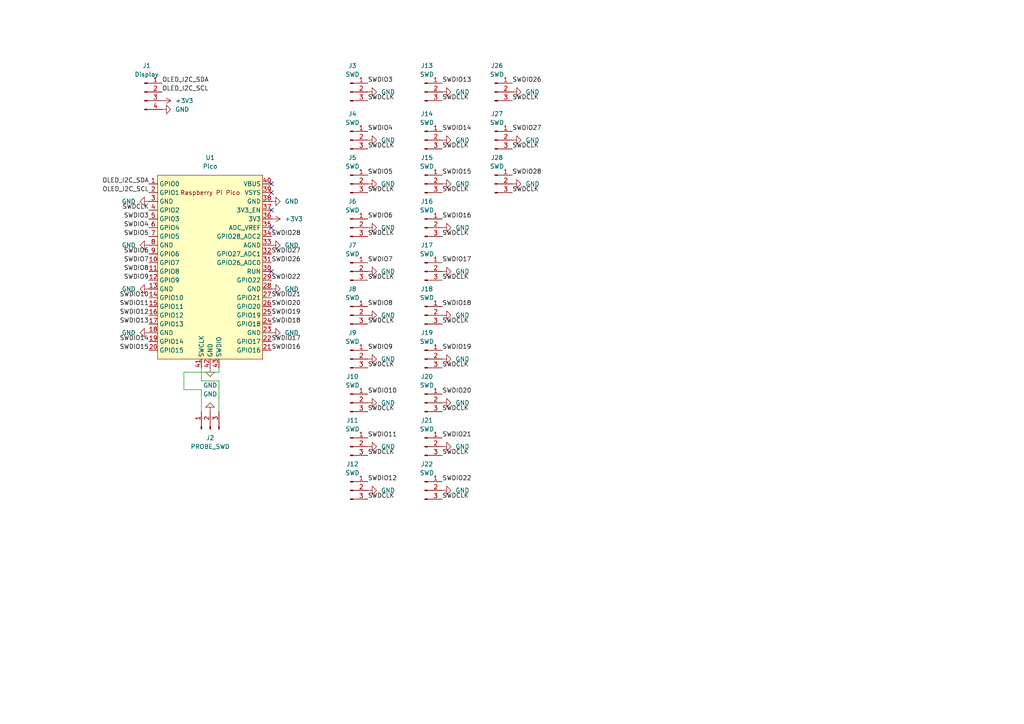
<source format=kicad_sch>
(kicad_sch (version 20231120) (generator "eeschema") (generator_version "8.0")
  (paper "A4")
  (lib_symbols
    (symbol "Connector:Conn_01x03_Pin" (pin_names (offset 1.016) hide)
      (property "Reference" "J" (at 0 5.08 0))
      (property "Value" "Conn_01x03_Pin" (at 0 -5.08 0))
      (symbol "Conn_01x03_Pin_1_1"
        (polyline (pts (xy 1.27 -2.54) (xy 0.8636 -2.54)) (stroke (width 0.1524)))
        (polyline (pts (xy 1.27 0) (xy 0.8636 0)) (stroke (width 0.1524)))
        (polyline (pts (xy 1.27 2.54) (xy 0.8636 2.54)) (stroke (width 0.1524)))
        (rectangle (start 0.8636 -2.413) (end 0 -2.667) (stroke (width 0.1524)) (fill (type outline)))
        (rectangle (start 0.8636 0.127) (end 0 -0.127) (stroke (width 0.1524)) (fill (type outline)))
        (rectangle (start 0.8636 2.667) (end 0 2.413) (stroke (width 0.1524)) (fill (type outline)))
        (pin passive line (at 5.08 2.54 180) (length 3.81) (name "Pin_1") (number "1"))
        (pin passive line (at 5.08 0 180) (length 3.81) (name "Pin_2") (number "2"))
        (pin passive line (at 5.08 -2.54 180) (length 3.81) (name "Pin_3") (number "3"))
      )
    )
    (symbol "Connector:Conn_01x04_Pin" (pin_names (offset 1.016) hide)
      (property "Reference" "J" (at 0 5.08 0))
      (property "Value" "Conn_01x04_Pin" (at 0 -7.62 0))
      (symbol "Conn_01x04_Pin_1_1"
        (polyline (pts (xy 1.27 -5.08) (xy 0.8636 -5.08)) (stroke (width 0.1524)))
        (polyline (pts (xy 1.27 -2.54) (xy 0.8636 -2.54)) (stroke (width 0.1524)))
        (polyline (pts (xy 1.27 0) (xy 0.8636 0)) (stroke (width 0.1524)))
        (polyline (pts (xy 1.27 2.54) (xy 0.8636 2.54)) (stroke (width 0.1524)))
        (rectangle (start 0.8636 -4.953) (end 0 -5.207) (stroke (width 0.1524)) (fill (type outline)))
        (rectangle (start 0.8636 -2.413) (end 0 -2.667) (stroke (width 0.1524)) (fill (type outline)))
        (rectangle (start 0.8636 0.127) (end 0 -0.127) (stroke (width 0.1524)) (fill (type outline)))
        (rectangle (start 0.8636 2.667) (end 0 2.413) (stroke (width 0.1524)) (fill (type outline)))
        (pin passive line (at 5.08 2.54 180) (length 3.81) (name "Pin_1") (number "1"))
        (pin passive line (at 5.08 0 180) (length 3.81) (name "Pin_2") (number "2"))
        (pin passive line (at 5.08 -2.54 180) (length 3.81) (name "Pin_3") (number "3"))
        (pin passive line (at 5.08 -5.08 180) (length 3.81) (name "Pin_4") (number "4"))
      )
    )
    (symbol "MCU_RaspberryPi_and_Boards:Pico"
      (property "Reference" "U" (at -13.97 27.94 0))
      (property "Value" "Pico" (at 0 19.05 0))
      (symbol "Pico_0_0"
        (text "Raspberry Pi Pico" (at 0 21.59 0) (effects (font (size 1.27 1.27))))
      )
      (symbol "Pico_0_1"
        (rectangle (start -15.24 26.67) (end 15.24 -26.67) (fill (type background)))
      )
      (symbol "Pico_1_1"
        (pin bidirectional line (at -17.78 24.13 0) (length 2.54) (name "GPIO0") (number "1"))
        (pin bidirectional line (at -17.78 1.27 0) (length 2.54) (name "GPIO7") (number "10"))
        (pin bidirectional line (at -17.78 -1.27 0) (length 2.54) (name "GPIO8") (number "11"))
        (pin bidirectional line (at -17.78 -3.81 0) (length 2.54) (name "GPIO9") (number "12"))
        (pin power_in line (at -17.78 -6.35 0) (length 2.54) (name "GND") (number "13"))
        (pin bidirectional line (at -17.78 -8.89 0) (length 2.54) (name "GPIO10") (number "14"))
        (pin bidirectional line (at -17.78 -11.43 0) (length 2.54) (name "GPIO11") (number "15"))
        (pin bidirectional line (at -17.78 -13.97 0) (length 2.54) (name "GPIO12") (number "16"))
        (pin bidirectional line (at -17.78 -16.51 0) (length 2.54) (name "GPIO13") (number "17"))
        (pin power_in line (at -17.78 -19.05 0) (length 2.54) (name "GND") (number "18"))
        (pin bidirectional line (at -17.78 -21.59 0) (length 2.54) (name "GPIO14") (number "19"))
        (pin bidirectional line (at -17.78 21.59 0) (length 2.54) (name "GPIO1") (number "2"))
        (pin bidirectional line (at -17.78 -24.13 0) (length 2.54) (name "GPIO15") (number "20"))
        (pin bidirectional line (at 17.78 -24.13 180) (length 2.54) (name "GPIO16") (number "21"))
        (pin bidirectional line (at 17.78 -21.59 180) (length 2.54) (name "GPIO17") (number "22"))
        (pin power_in line (at 17.78 -19.05 180) (length 2.54) (name "GND") (number "23"))
        (pin bidirectional line (at 17.78 -16.51 180) (length 2.54) (name "GPIO18") (number "24"))
        (pin bidirectional line (at 17.78 -13.97 180) (length 2.54) (name "GPIO19") (number "25"))
        (pin bidirectional line (at 17.78 -11.43 180) (length 2.54) (name "GPIO20") (number "26"))
        (pin bidirectional line (at 17.78 -8.89 180) (length 2.54) (name "GPIO21") (number "27"))
        (pin power_in line (at 17.78 -6.35 180) (length 2.54) (name "GND") (number "28"))
        (pin bidirectional line (at 17.78 -3.81 180) (length 2.54) (name "GPIO22") (number "29"))
        (pin power_in line (at -17.78 19.05 0) (length 2.54) (name "GND") (number "3"))
        (pin input line (at 17.78 -1.27 180) (length 2.54) (name "RUN") (number "30"))
        (pin bidirectional line (at 17.78 1.27 180) (length 2.54) (name "GPIO26_ADC0") (number "31"))
        (pin bidirectional line (at 17.78 3.81 180) (length 2.54) (name "GPIO27_ADC1") (number "32"))
        (pin power_in line (at 17.78 6.35 180) (length 2.54) (name "AGND") (number "33"))
        (pin bidirectional line (at 17.78 8.89 180) (length 2.54) (name "GPIO28_ADC2") (number "34"))
        (pin power_in line (at 17.78 11.43 180) (length 2.54) (name "ADC_VREF") (number "35"))
        (pin power_in line (at 17.78 13.97 180) (length 2.54) (name "3V3") (number "36"))
        (pin input line (at 17.78 16.51 180) (length 2.54) (name "3V3_EN") (number "37"))
        (pin bidirectional line (at 17.78 19.05 180) (length 2.54) (name "GND") (number "38"))
        (pin power_in line (at 17.78 21.59 180) (length 2.54) (name "VSYS") (number "39"))
        (pin bidirectional line (at -17.78 16.51 0) (length 2.54) (name "GPIO2") (number "4"))
        (pin power_in line (at 17.78 24.13 180) (length 2.54) (name "VBUS") (number "40"))
        (pin input line (at -2.54 -29.21 90) (length 2.54) (name "SWCLK") (number "41"))
        (pin power_in line (at 0 -29.21 90) (length 2.54) (name "GND") (number "42"))
        (pin bidirectional line (at 2.54 -29.21 90) (length 2.54) (name "SWDIO") (number "43"))
        (pin bidirectional line (at -17.78 13.97 0) (length 2.54) (name "GPIO3") (number "5"))
        (pin bidirectional line (at -17.78 11.43 0) (length 2.54) (name "GPIO4") (number "6"))
        (pin bidirectional line (at -17.78 8.89 0) (length 2.54) (name "GPIO5") (number "7"))
        (pin power_in line (at -17.78 6.35 0) (length 2.54) (name "GND") (number "8"))
        (pin bidirectional line (at -17.78 3.81 0) (length 2.54) (name "GPIO6") (number "9"))
      )
    )
    (symbol "power:+3V3" (power) (pin_numbers hide) (pin_names (offset 0) hide)
      (property "Value" "+3V3" (at 0 3.556 0))
      (symbol "+3V3_0_1"
        (polyline (pts (xy -0.762 1.27) (xy 0 2.54)))
        (polyline (pts (xy 0 0) (xy 0 2.54)))
        (polyline (pts (xy 0 2.54) (xy 0.762 1.27)))
      )
      (symbol "+3V3_1_1"
        (pin power_in line (at 0 0 90) (length 0) (name "~") (number "1"))
      )
    )
    (symbol "power:GND" (power) (pin_numbers hide) (pin_names (offset 0) hide)
      (property "Value" "GND" (at 0 -3.81 0))
      (symbol "GND_0_1"
        (polyline (pts (xy 0 0) (xy 0 -1.27) (xy 1.27 -1.27) (xy 0 -2.54) (xy -1.27 -1.27) (xy 0 -1.27)))
      )
      (symbol "GND_1_1"
        (pin power_in line (at 0 0 270) (length 0) (name "~") (number "1"))
      )
    )
  )
  (no_connect (at 78.74 55.88))
  (no_connect (at 78.74 60.96))
  (no_connect (at 78.74 53.34))
  (no_connect (at 78.74 78.74))
  (no_connect (at 78.74 66.04))
  (wire (pts (xy 58.42 110.49) (xy 63.5 110.49)))
  (wire (pts (xy 63.5 110.49) (xy 63.5 119.38)))
  (wire (pts (xy 63.5 107.95) (xy 63.5 106.68)))
  (wire (pts (xy 53.34 107.95) (xy 63.5 107.95)))
  (wire (pts (xy 58.42 113.03) (xy 58.42 119.38)))
  (wire (pts (xy 58.42 106.68) (xy 58.42 110.49)))
  (wire (pts (xy 58.42 113.03) (xy 53.34 113.03)))
  (wire (pts (xy 53.34 113.03) (xy 53.34 107.95)))
  (label "SWDIO17" (at 128.27 76.2 0))
  (label "SWDCLK" (at 106.68 106.68 0))
  (label "SWDCLK" (at 128.27 81.28 0))
  (label "SWDIO13" (at 43.18 93.98 180))
  (label "SWDCLK" (at 148.59 43.18 0))
  (label "SWDCLK" (at 106.68 55.88 0))
  (label "SWDIO19" (at 78.74 91.44 0))
  (label "OLED_I2C_SDA" (at 46.99 24.13 0))
  (label "SWDIO26" (at 78.74 76.2 0))
  (label "SWDIO19" (at 128.27 101.6 0))
  (label "OLED_I2C_SCL" (at 46.99 26.67 0))
  (label "SWDIO14" (at 128.27 38.1 0))
  (label "SWDIO13" (at 128.27 24.13 0))
  (label "SWDIO8" (at 106.68 88.9 0))
  (label "SWDCLK" (at 128.27 55.88 0))
  (label "SWDIO12" (at 43.18 91.44 180))
  (label "SWDIO21" (at 78.74 86.36 0))
  (label "SWDCLK" (at 106.68 81.28 0))
  (label "SWDIO5" (at 106.68 50.8 0))
  (label "SWDIO22" (at 78.74 81.28 0))
  (label "SWDIO21" (at 128.27 127 0))
  (label "SWDIO28" (at 148.59 50.8 0))
  (label "SWDCLK" (at 148.59 55.88 0))
  (label "SWDIO7" (at 106.68 76.2 0))
  (label "SWDIO18" (at 128.27 88.9 0))
  (label "SWDIO4" (at 43.18 66.04 180))
  (label "SWDCLK" (at 106.68 43.18 0))
  (label "SWDIO10" (at 43.18 86.36 180))
  (label "SWDCLK" (at 128.27 68.58 0))
  (label "SWDIO12" (at 106.68 139.7 0))
  (label "SWDIO20" (at 78.74 88.9 0))
  (label "SWDCLK" (at 128.27 132.08 0))
  (label "SWDIO18" (at 78.74 93.98 0))
  (label "SWDCLK" (at 106.68 29.21 0))
  (label "SWDIO11" (at 43.18 88.9 180))
  (label "SWDCLK" (at 128.27 119.38 0))
  (label "SWDIO5" (at 43.18 68.58 180))
  (label "SWDIO17" (at 78.74 99.06 0))
  (label "SWDIO16" (at 128.27 63.5 0))
  (label "SWDIO6" (at 43.18 73.66 180))
  (label "SWDCLK" (at 43.18 60.96 180))
  (label "SWDCLK" (at 148.59 29.21 0))
  (label "SWDCLK" (at 106.68 68.58 0))
  (label "SWDIO15" (at 128.27 50.8 0))
  (label "SWDCLK" (at 106.68 119.38 0))
  (label "SWDIO3" (at 43.18 63.5 180))
  (label "SWDCLK" (at 128.27 93.98 0))
  (label "SWDIO9" (at 43.18 81.28 180))
  (label "SWDIO27" (at 148.59 38.1 0))
  (label "SWDIO7" (at 43.18 76.2 180))
  (label "SWDIO22" (at 128.27 139.7 0))
  (label "SWDIO14" (at 43.18 99.06 180))
  (label "SWDIO28" (at 78.74 68.58 0))
  (label "SWDCLK" (at 106.68 132.08 0))
  (label "SWDCLK" (at 128.27 29.21 0))
  (label "SWDIO9" (at 106.68 101.6 0))
  (label "SWDIO10" (at 106.68 114.3 0))
  (label "SWDCLK" (at 106.68 144.78 0))
  (label "SWDIO6" (at 106.68 63.5 0))
  (label "SWDIO27" (at 78.74 73.66 0))
  (label "OLED_I2C_SCL" (at 43.18 55.88 180))
  (label "SWDIO3" (at 106.68 24.13 0))
  (label "SWDIO26" (at 148.59 24.13 0))
  (label "SWDIO16" (at 78.74 101.6 0))
  (label "SWDIO20" (at 128.27 114.3 0))
  (label "SWDIO11" (at 106.68 127 0))
  (label "SWDCLK" (at 128.27 106.68 0))
  (label "SWDIO8" (at 43.18 78.74 180))
  (label "SWDIO4" (at 106.68 38.1 0))
  (label "SWDCLK" (at 128.27 43.18 0))
  (label "OLED_I2C_SDA" (at 43.18 53.34 180))
  (label "SWDCLK" (at 106.68 93.98 0))
  (label "SWDIO15" (at 43.18 101.6 180))
  (label "SWDCLK" (at 128.27 144.78 0))
  (symbol (lib_id "power:GND") (at 128.27 78.74 90) (unit 1)
    (property "Reference" "#PWR026" (effects (hide yes)))
    (property "Value" "GND" (at 132.08 78.7399 90) (effects (justify right)))
    (property "Description" "Power symbol creates a global label with name \"GND\" , ground" (effects (hide yes)))
  )
  (symbol (lib_id "power:GND") (at 60.96 106.68 0) (unit 1)
    (property "Reference" "#PWR035" (effects (hide yes)))
    (property "Value" "GND" (at 60.96 111.76 0))
    (property "Description" "Power symbol creates a global label with name \"GND\" , ground" (effects (hide yes)))
  )
  (symbol (lib_id "power:GND") (at 106.68 129.54 90) (unit 1)
    (property "Reference" "#PWR020" (effects (hide yes)))
    (property "Value" "GND" (at 110.49 129.5399 90) (effects (justify right)))
    (property "Description" "Power symbol creates a global label with name \"GND\" , ground" (effects (hide yes)))
  )
  (symbol (lib_id "power:GND") (at 43.18 96.52 270) (unit 1)
    (property "Reference" "#PWR05" (effects (hide yes)))
    (property "Value" "GND" (at 39.37 96.5199 90) (effects (justify right)))
    (property "Description" "Power symbol creates a global label with name \"GND\" , ground" (effects (hide yes)))
  )
  (symbol (lib_id "Connector:Conn_01x03_Pin") (at 123.19 104.14 0) (unit 1)
    (property "Reference" "J19" (at 123.825 96.52 0))
    (property "Value" "SWD" (at 123.825 99.06 0))
    (property "Footprint" "multiprobe:SWD" (effects (hide yes)))
    (property "Description" "Generic connector, single row, 01x03, script generated" (effects (hide yes)))
  )
  (symbol (lib_id "Connector:Conn_01x03_Pin") (at 101.6 66.04 0) (unit 1)
    (property "Reference" "J6" (at 102.235 58.42 0))
    (property "Value" "SWD" (at 102.235 60.96 0))
    (property "Footprint" "multiprobe:SWD" (effects (hide yes)))
    (property "Description" "Generic connector, single row, 01x03, script generated" (effects (hide yes)))
  )
  (symbol (lib_id "Connector:Conn_01x03_Pin") (at 123.19 26.67 0) (unit 1)
    (property "Reference" "J13" (at 123.825 19.05 0))
    (property "Value" "SWD" (at 123.825 21.59 0))
    (property "Footprint" "multiprobe:SWD" (effects (hide yes)))
    (property "Description" "Generic connector, single row, 01x03, script generated" (effects (hide yes)))
  )
  (symbol (lib_id "power:GND") (at 106.68 104.14 90) (unit 1)
    (property "Reference" "#PWR018" (effects (hide yes)))
    (property "Value" "GND" (at 110.49 104.1399 90) (effects (justify right)))
    (property "Description" "Power symbol creates a global label with name \"GND\" , ground" (effects (hide yes)))
  )
  (symbol (lib_id "power:GND") (at 60.96 119.38 180) (unit 1)
    (property "Reference" "#PWR036" (effects (hide yes)))
    (property "Value" "GND" (at 60.96 114.3 0))
    (property "Description" "Power symbol creates a global label with name \"GND\" , ground" (effects (hide yes)))
  )
  (symbol (lib_id "power:GND") (at 128.27 40.64 90) (unit 1)
    (property "Reference" "#PWR023" (effects (hide yes)))
    (property "Value" "GND" (at 132.08 40.6399 90) (effects (justify right)))
    (property "Description" "Power symbol creates a global label with name \"GND\" , ground" (effects (hide yes)))
  )
  (symbol (lib_id "Connector:Conn_01x03_Pin") (at 101.6 142.24 0) (unit 1)
    (property "Reference" "J12" (at 102.235 134.62 0))
    (property "Value" "SWD" (at 102.235 137.16 0))
    (property "Footprint" "multiprobe:SWD" (effects (hide yes)))
    (property "Description" "Generic connector, single row, 01x03, script generated" (effects (hide yes)))
  )
  (symbol (lib_id "power:GND") (at 128.27 53.34 90) (unit 1)
    (property "Reference" "#PWR024" (effects (hide yes)))
    (property "Value" "GND" (at 132.08 53.3399 90) (effects (justify right)))
    (property "Description" "Power symbol creates a global label with name \"GND\" , ground" (effects (hide yes)))
  )
  (symbol (lib_id "Connector:Conn_01x03_Pin") (at 123.19 66.04 0) (unit 1)
    (property "Reference" "J16" (at 123.825 58.42 0))
    (property "Value" "SWD" (at 123.825 60.96 0))
    (property "Footprint" "multiprobe:SWD" (effects (hide yes)))
    (property "Description" "Generic connector, single row, 01x03, script generated" (effects (hide yes)))
  )
  (symbol (lib_id "power:GND") (at 106.68 66.04 90) (unit 1)
    (property "Reference" "#PWR015" (effects (hide yes)))
    (property "Value" "GND" (at 110.49 66.0399 90) (effects (justify right)))
    (property "Description" "Power symbol creates a global label with name \"GND\" , ground" (effects (hide yes)))
  )
  (symbol (lib_id "power:GND") (at 78.74 71.12 90) (unit 1)
    (property "Reference" "#PWR02" (effects (hide yes)))
    (property "Value" "GND" (at 82.55 71.1199 90) (effects (justify right)))
    (property "Description" "Power symbol creates a global label with name \"GND\" , ground" (effects (hide yes)))
  )
  (symbol (lib_id "power:GND") (at 106.68 53.34 90) (unit 1)
    (property "Reference" "#PWR014" (effects (hide yes)))
    (property "Value" "GND" (at 110.49 53.3399 90) (effects (justify right)))
    (property "Description" "Power symbol creates a global label with name \"GND\" , ground" (effects (hide yes)))
  )
  (symbol (lib_id "power:GND") (at 78.74 96.52 90) (unit 1)
    (property "Reference" "#PWR04" (effects (hide yes)))
    (property "Value" "GND" (at 82.55 96.5199 90) (effects (justify right)))
    (property "Description" "Power symbol creates a global label with name \"GND\" , ground" (effects (hide yes)))
  )
  (symbol (lib_id "power:GND") (at 106.68 78.74 90) (unit 1)
    (property "Reference" "#PWR016" (effects (hide yes)))
    (property "Value" "GND" (at 110.49 78.7399 90) (effects (justify right)))
    (property "Description" "Power symbol creates a global label with name \"GND\" , ground" (effects (hide yes)))
  )
  (symbol (lib_id "power:GND") (at 46.99 31.75 90) (unit 1)
    (property "Reference" "#PWR011" (effects (hide yes)))
    (property "Value" "GND" (at 50.8 31.7499 90) (effects (justify right)))
    (property "Description" "Power symbol creates a global label with name \"GND\" , ground" (effects (hide yes)))
  )
  (symbol (lib_id "power:GND") (at 78.74 58.42 90) (unit 1)
    (property "Reference" "#PWR01" (effects (hide yes)))
    (property "Value" "GND" (at 82.55 58.4199 90) (effects (justify right)))
    (property "Description" "Power symbol creates a global label with name \"GND\" , ground" (effects (hide yes)))
  )
  (symbol (lib_id "power:GND") (at 128.27 66.04 90) (unit 1)
    (property "Reference" "#PWR025" (effects (hide yes)))
    (property "Value" "GND" (at 132.08 66.0399 90) (effects (justify right)))
    (property "Description" "Power symbol creates a global label with name \"GND\" , ground" (effects (hide yes)))
  )
  (symbol (lib_id "Connector:Conn_01x03_Pin") (at 123.19 129.54 0) (unit 1)
    (property "Reference" "J21" (at 123.825 121.92 0))
    (property "Value" "SWD" (at 123.825 124.46 0))
    (property "Footprint" "multiprobe:SWD" (effects (hide yes)))
    (property "Description" "Generic connector, single row, 01x03, script generated" (effects (hide yes)))
  )
  (symbol (lib_id "Connector:Conn_01x03_Pin") (at 101.6 104.14 0) (unit 1)
    (property "Reference" "J9" (at 102.235 96.52 0))
    (property "Value" "SWD" (at 102.235 99.06 0))
    (property "Footprint" "multiprobe:SWD" (effects (hide yes)))
    (property "Description" "Generic connector, single row, 01x03, script generated" (effects (hide yes)))
  )
  (symbol (lib_id "power:GND") (at 148.59 53.34 90) (unit 1)
    (property "Reference" "#PWR034" (effects (hide yes)))
    (property "Value" "GND" (at 152.4 53.3399 90) (effects (justify right)))
    (property "Description" "Power symbol creates a global label with name \"GND\" , ground" (effects (hide yes)))
  )
  (symbol (lib_id "Connector:Conn_01x03_Pin") (at 101.6 26.67 0) (unit 1)
    (property "Reference" "J3" (at 102.235 19.05 0))
    (property "Value" "SWD" (at 102.235 21.59 0))
    (property "Footprint" "multiprobe:SWD" (effects (hide yes)))
    (property "Description" "Generic connector, single row, 01x03, script generated" (effects (hide yes)))
  )
  (symbol (lib_id "Connector:Conn_01x03_Pin") (at 101.6 78.74 0) (unit 1)
    (property "Reference" "J7" (at 102.235 71.12 0))
    (property "Value" "SWD" (at 102.235 73.66 0))
    (property "Footprint" "multiprobe:SWD" (effects (hide yes)))
    (property "Description" "Generic connector, single row, 01x03, script generated" (effects (hide yes)))
  )
  (symbol (lib_id "Connector:Conn_01x04_Pin") (at 41.91 26.67 0) (unit 1)
    (property "Reference" "J1" (at 42.545 19.05 0))
    (property "Value" "Display" (at 42.545 21.59 0))
    (property "Footprint" "Connector_PinHeader_2.54mm:PinHeader_1x04_P2.54mm_Vertical" (effects (hide yes)))
    (property "Description" "Generic connector, single row, 01x04, script generated" (effects (hide yes)))
  )
  (symbol (lib_id "Connector:Conn_01x03_Pin") (at 143.51 40.64 0) (unit 1)
    (property "Reference" "J27" (at 144.145 33.02 0))
    (property "Value" "SWD" (at 144.145 35.56 0))
    (property "Footprint" "multiprobe:SWD" (effects (hide yes)))
    (property "Description" "Generic connector, single row, 01x03, script generated" (effects (hide yes)))
  )
  (symbol (lib_id "power:GND") (at 128.27 142.24 90) (unit 1)
    (property "Reference" "#PWR031" (effects (hide yes)))
    (property "Value" "GND" (at 132.08 142.2399 90) (effects (justify right)))
    (property "Description" "Power symbol creates a global label with name \"GND\" , ground" (effects (hide yes)))
  )
  (symbol (lib_id "power:GND") (at 43.18 83.82 270) (unit 1)
    (property "Reference" "#PWR06" (effects (hide yes)))
    (property "Value" "GND" (at 39.37 83.8199 90) (effects (justify right)))
    (property "Description" "Power symbol creates a global label with name \"GND\" , ground" (effects (hide yes)))
  )
  (symbol (lib_id "power:GND") (at 106.68 26.67 90) (unit 1)
    (property "Reference" "#PWR012" (effects (hide yes)))
    (property "Value" "GND" (at 110.49 26.6699 90) (effects (justify right)))
    (property "Description" "Power symbol creates a global label with name \"GND\" , ground" (effects (hide yes)))
  )
  (symbol (lib_id "power:GND") (at 128.27 104.14 90) (unit 1)
    (property "Reference" "#PWR028" (effects (hide yes)))
    (property "Value" "GND" (at 132.08 104.1399 90) (effects (justify right)))
    (property "Description" "Power symbol creates a global label with name \"GND\" , ground" (effects (hide yes)))
  )
  (symbol (lib_id "Connector:Conn_01x03_Pin") (at 123.19 53.34 0) (unit 1)
    (property "Reference" "J15" (at 123.825 45.72 0))
    (property "Value" "SWD" (at 123.825 48.26 0))
    (property "Footprint" "multiprobe:SWD" (effects (hide yes)))
    (property "Description" "Generic connector, single row, 01x03, script generated" (effects (hide yes)))
  )
  (symbol (lib_id "Connector:Conn_01x03_Pin") (at 123.19 91.44 0) (unit 1)
    (property "Reference" "J18" (at 123.825 83.82 0))
    (property "Value" "SWD" (at 123.825 86.36 0))
    (property "Footprint" "multiprobe:SWD" (effects (hide yes)))
    (property "Description" "Generic connector, single row, 01x03, script generated" (effects (hide yes)))
  )
  (symbol (lib_id "power:GND") (at 106.68 142.24 90) (unit 1)
    (property "Reference" "#PWR021" (effects (hide yes)))
    (property "Value" "GND" (at 110.49 142.2399 90) (effects (justify right)))
    (property "Description" "Power symbol creates a global label with name \"GND\" , ground" (effects (hide yes)))
  )
  (symbol (lib_id "power:+3V3") (at 46.99 29.21 270) (unit 1)
    (property "Reference" "#PWR010" (effects (hide yes)))
    (property "Value" "+3V3" (at 50.8 29.2099 90) (effects (justify left)))
    (property "Description" "Power symbol creates a global label with name \"+3V3\"" (effects (hide yes)))
  )
  (symbol (lib_id "Connector:Conn_01x03_Pin") (at 123.19 78.74 0) (unit 1)
    (property "Reference" "J17" (at 123.825 71.12 0))
    (property "Value" "SWD" (at 123.825 73.66 0))
    (property "Footprint" "multiprobe:SWD" (effects (hide yes)))
    (property "Description" "Generic connector, single row, 01x03, script generated" (effects (hide yes)))
  )
  (symbol (lib_id "Connector:Conn_01x03_Pin") (at 101.6 91.44 0) (unit 1)
    (property "Reference" "J8" (at 102.235 83.82 0))
    (property "Value" "SWD" (at 102.235 86.36 0))
    (property "Footprint" "multiprobe:SWD" (effects (hide yes)))
    (property "Description" "Generic connector, single row, 01x03, script generated" (effects (hide yes)))
  )
  (symbol (lib_id "Connector:Conn_01x03_Pin") (at 123.19 142.24 0) (unit 1)
    (property "Reference" "J22" (at 123.825 134.62 0))
    (property "Value" "SWD" (at 123.825 137.16 0))
    (property "Footprint" "multiprobe:SWD" (effects (hide yes)))
    (property "Description" "Generic connector, single row, 01x03, script generated" (effects (hide yes)))
  )
  (symbol (lib_id "power:GND") (at 43.18 58.42 270) (unit 1)
    (property "Reference" "#PWR08" (effects (hide yes)))
    (property "Value" "GND" (at 39.37 58.4199 90) (effects (justify right)))
    (property "Description" "Power symbol creates a global label with name \"GND\" , ground" (effects (hide yes)))
  )
  (symbol (lib_id "power:GND") (at 148.59 40.64 90) (unit 1)
    (property "Reference" "#PWR033" (effects (hide yes)))
    (property "Value" "GND" (at 152.4 40.6399 90) (effects (justify right)))
    (property "Description" "Power symbol creates a global label with name \"GND\" , ground" (effects (hide yes)))
  )
  (symbol (lib_id "power:GND") (at 148.59 26.67 90) (unit 1)
    (property "Reference" "#PWR032" (effects (hide yes)))
    (property "Value" "GND" (at 152.4 26.6699 90) (effects (justify right)))
    (property "Description" "Power symbol creates a global label with name \"GND\" , ground" (effects (hide yes)))
  )
  (symbol (lib_id "Connector:Conn_01x03_Pin") (at 143.51 53.34 0) (unit 1)
    (property "Reference" "J28" (at 144.145 45.72 0))
    (property "Value" "SWD" (at 144.145 48.26 0))
    (property "Footprint" "multiprobe:SWD" (effects (hide yes)))
    (property "Description" "Generic connector, single row, 01x03, script generated" (effects (hide yes)))
  )
  (symbol (lib_id "power:GND") (at 128.27 116.84 90) (unit 1)
    (property "Reference" "#PWR029" (effects (hide yes)))
    (property "Value" "GND" (at 132.08 116.8399 90) (effects (justify right)))
    (property "Description" "Power symbol creates a global label with name \"GND\" , ground" (effects (hide yes)))
  )
  (symbol (lib_id "power:GND") (at 128.27 91.44 90) (unit 1)
    (property "Reference" "#PWR027" (effects (hide yes)))
    (property "Value" "GND" (at 132.08 91.4399 90) (effects (justify right)))
    (property "Description" "Power symbol creates a global label with name \"GND\" , ground" (effects (hide yes)))
  )
  (symbol (lib_id "power:GND") (at 128.27 26.67 90) (unit 1)
    (property "Reference" "#PWR022" (effects (hide yes)))
    (property "Value" "GND" (at 132.08 26.6699 90) (effects (justify right)))
    (property "Description" "Power symbol creates a global label with name \"GND\" , ground" (effects (hide yes)))
  )
  (symbol (lib_id "Connector:Conn_01x03_Pin") (at 101.6 53.34 0) (unit 1)
    (property "Reference" "J5" (at 102.235 45.72 0))
    (property "Value" "SWD" (at 102.235 48.26 0))
    (property "Footprint" "multiprobe:SWD" (effects (hide yes)))
    (property "Description" "Generic connector, single row, 01x03, script generated" (effects (hide yes)))
  )
  (symbol (lib_id "power:GND") (at 78.74 83.82 90) (unit 1)
    (property "Reference" "#PWR03" (effects (hide yes)))
    (property "Value" "GND" (at 82.55 83.8199 90) (effects (justify right)))
    (property "Description" "Power symbol creates a global label with name \"GND\" , ground" (effects (hide yes)))
  )
  (symbol (lib_id "power:+3V3") (at 78.74 63.5 270) (unit 1)
    (property "Reference" "#PWR09" (effects (hide yes)))
    (property "Value" "+3V3" (at 82.55 63.4999 90) (effects (justify left)))
    (property "Description" "Power symbol creates a global label with name \"+3V3\"" (effects (hide yes)))
  )
  (symbol (lib_id "Connector:Conn_01x03_Pin") (at 123.19 40.64 0) (unit 1)
    (property "Reference" "J14" (at 123.825 33.02 0))
    (property "Value" "SWD" (at 123.825 35.56 0))
    (property "Footprint" "multiprobe:SWD" (effects (hide yes)))
    (property "Description" "Generic connector, single row, 01x03, script generated" (effects (hide yes)))
  )
  (symbol (lib_id "Connector:Conn_01x03_Pin") (at 60.96 124.46 90) (unit 1)
    (property "Reference" "J2" (at 60.96 127 90))
    (property "Value" "PROBE_SWD" (at 60.96 129.54 90))
    (property "Footprint" "multiprobe:SWD" (effects (hide yes)))
    (property "Description" "Generic connector, single row, 01x03, script generated" (effects (hide yes)))
  )
  (symbol (lib_id "MCU_RaspberryPi_and_Boards:Pico") (at 60.96 77.47 0) (unit 1)
    (property "Reference" "U1" (at 60.96 45.72 0))
    (property "Value" "Pico" (at 60.96 48.26 0))
    (property "Footprint" "multiprobe:RPi_Pico_SMD_TH" (effects (hide yes)))
  )
  (symbol (lib_id "Connector:Conn_01x03_Pin") (at 101.6 116.84 0) (unit 1)
    (property "Reference" "J10" (at 102.235 109.22 0))
    (property "Value" "SWD" (at 102.235 111.76 0))
    (property "Footprint" "multiprobe:SWD" (effects (hide yes)))
    (property "Description" "Generic connector, single row, 01x03, script generated" (effects (hide yes)))
  )
  (symbol (lib_id "power:GND") (at 106.68 91.44 90) (unit 1)
    (property "Reference" "#PWR017" (effects (hide yes)))
    (property "Value" "GND" (at 110.49 91.4399 90) (effects (justify right)))
    (property "Description" "Power symbol creates a global label with name \"GND\" , ground" (effects (hide yes)))
  )
  (symbol (lib_id "Connector:Conn_01x03_Pin") (at 143.51 26.67 0) (unit 1)
    (property "Reference" "J26" (at 144.145 19.05 0))
    (property "Value" "SWD" (at 144.145 21.59 0))
    (property "Footprint" "multiprobe:SWD" (effects (hide yes)))
    (property "Description" "Generic connector, single row, 01x03, script generated" (effects (hide yes)))
  )
  (symbol (lib_id "Connector:Conn_01x03_Pin") (at 101.6 129.54 0) (unit 1)
    (property "Reference" "J11" (at 102.235 121.92 0))
    (property "Value" "SWD" (at 102.235 124.46 0))
    (property "Footprint" "multiprobe:SWD" (effects (hide yes)))
    (property "Description" "Generic connector, single row, 01x03, script generated" (effects (hide yes)))
  )
  (symbol (lib_id "power:GND") (at 43.18 71.12 270) (unit 1)
    (property "Reference" "#PWR07" (effects (hide yes)))
    (property "Value" "GND" (at 39.37 71.1199 90) (effects (justify right)))
    (property "Description" "Power symbol creates a global label with name \"GND\" , ground" (effects (hide yes)))
  )
  (symbol (lib_id "power:GND") (at 106.68 116.84 90) (unit 1)
    (property "Reference" "#PWR019" (effects (hide yes)))
    (property "Value" "GND" (at 110.49 116.8399 90) (effects (justify right)))
    (property "Description" "Power symbol creates a global label with name \"GND\" , ground" (effects (hide yes)))
  )
  (symbol (lib_id "power:GND") (at 128.27 129.54 90) (unit 1)
    (property "Reference" "#PWR030" (effects (hide yes)))
    (property "Value" "GND" (at 132.08 129.5399 90) (effects (justify right)))
    (property "Description" "Power symbol creates a global label with name \"GND\" , ground" (effects (hide yes)))
  )
  (symbol (lib_id "Connector:Conn_01x03_Pin") (at 101.6 40.64 0) (unit 1)
    (property "Reference" "J4" (at 102.235 33.02 0))
    (property "Value" "SWD" (at 102.235 35.56 0))
    (property "Footprint" "multiprobe:SWD" (effects (hide yes)))
    (property "Description" "Generic connector, single row, 01x03, script generated" (effects (hide yes)))
  )
  (symbol (lib_id "power:GND") (at 106.68 40.64 90) (unit 1)
    (property "Reference" "#PWR013" (effects (hide yes)))
    (property "Value" "GND" (at 110.49 40.6399 90) (effects (justify right)))
    (property "Description" "Power symbol creates a global label with name \"GND\" , ground" (effects (hide yes)))
  )
  (symbol (lib_id "Connector:Conn_01x03_Pin") (at 123.19 116.84 0) (unit 1)
    (property "Reference" "J20" (at 123.825 109.22 0))
    (property "Value" "SWD" (at 123.825 111.76 0))
    (property "Footprint" "multiprobe:SWD" (effects (hide yes)))
    (property "Description" "Generic connector, single row, 01x03, script generated" (effects (hide yes)))
  )
)
</source>
